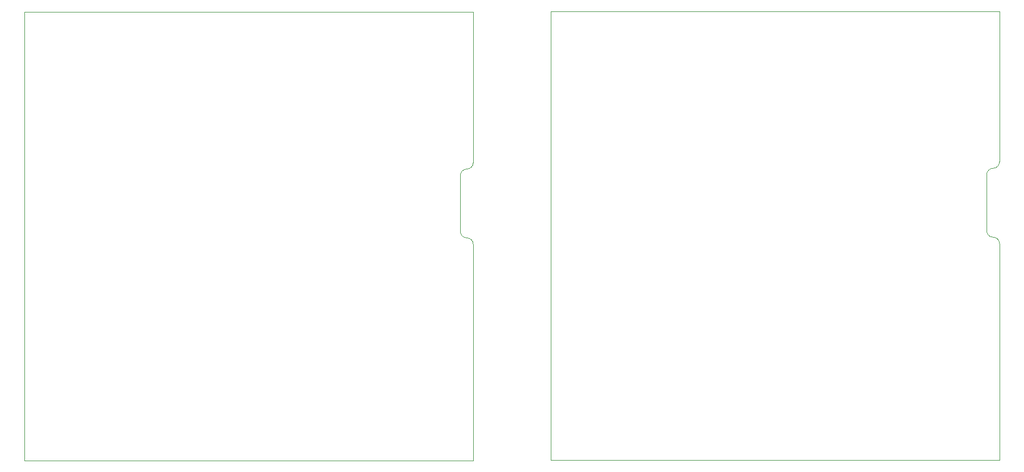
<source format=gbr>
%TF.GenerationSoftware,KiCad,Pcbnew,9.0.0*%
%TF.CreationDate,2025-09-24T11:45:30+09:00*%
%TF.ProjectId,FLP_PCB_set,464c505f-5043-4425-9f73-65742e6b6963,rev?*%
%TF.SameCoordinates,Original*%
%TF.FileFunction,Profile,NP*%
%FSLAX46Y46*%
G04 Gerber Fmt 4.6, Leading zero omitted, Abs format (unit mm)*
G04 Created by KiCad (PCBNEW 9.0.0) date 2025-09-24 11:45:30*
%MOMM*%
%LPD*%
G01*
G04 APERTURE LIST*
%TA.AperFunction,Profile*%
%ADD10C,0.050000*%
%TD*%
G04 APERTURE END LIST*
D10*
X110000000Y-30000000D02*
X110000000Y-53500000D01*
X110000000Y-30000000D02*
X40000000Y-30000000D01*
X192110000Y-29890000D02*
X122110000Y-29890000D01*
X110000000Y-66240000D02*
X110000000Y-100000000D01*
X122110000Y-29890000D02*
X122110000Y-99890000D01*
X110000000Y-53500000D02*
G75*
G02*
X109000000Y-54500000I-1000000J0D01*
G01*
X109000000Y-65240000D02*
G75*
G02*
X108000000Y-64240000I0J1000000D01*
G01*
X191110000Y-65130000D02*
G75*
G02*
X190110000Y-64130000I0J1000000D01*
G01*
X40000000Y-30000000D02*
X40000000Y-100000000D01*
X192110000Y-53390000D02*
G75*
G02*
X191110000Y-54390000I-1000000J0D01*
G01*
X108000000Y-55500000D02*
G75*
G02*
X109000000Y-54500000I1000000J0D01*
G01*
X190110000Y-55390000D02*
G75*
G02*
X191110000Y-54390000I1000000J0D01*
G01*
X108000000Y-55500000D02*
X108000000Y-64240000D01*
X190110000Y-55390000D02*
X190110000Y-64130000D01*
X192110000Y-99890000D02*
X122110000Y-99890000D01*
X109000000Y-65240000D02*
G75*
G02*
X110000000Y-66240000I0J-1000000D01*
G01*
X110000000Y-100000000D02*
X40000000Y-100000000D01*
X191110000Y-65130000D02*
G75*
G02*
X192110000Y-66130000I0J-1000000D01*
G01*
X192110000Y-66130000D02*
X192110000Y-99890000D01*
X192110000Y-29890000D02*
X192110000Y-53390000D01*
M02*

</source>
